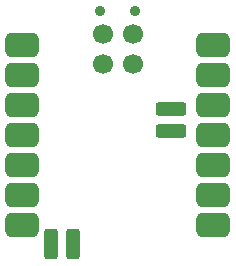
<source format=gbs>
%TF.GenerationSoftware,KiCad,Pcbnew,9.0.3*%
%TF.CreationDate,2025-08-03T21:29:45+01:00*%
%TF.ProjectId,smol-slime-xiao,736d6f6c-2d73-46c6-996d-652d7869616f,1.0*%
%TF.SameCoordinates,Original*%
%TF.FileFunction,Soldermask,Bot*%
%TF.FilePolarity,Negative*%
%FSLAX46Y46*%
G04 Gerber Fmt 4.6, Leading zero omitted, Abs format (unit mm)*
G04 Created by KiCad (PCBNEW 9.0.3) date 2025-08-03 21:29:45*
%MOMM*%
%LPD*%
G01*
G04 APERTURE LIST*
G04 Aperture macros list*
%AMRoundRect*
0 Rectangle with rounded corners*
0 $1 Rounding radius*
0 $2 $3 $4 $5 $6 $7 $8 $9 X,Y pos of 4 corners*
0 Add a 4 corners polygon primitive as box body*
4,1,4,$2,$3,$4,$5,$6,$7,$8,$9,$2,$3,0*
0 Add four circle primitives for the rounded corners*
1,1,$1+$1,$2,$3*
1,1,$1+$1,$4,$5*
1,1,$1+$1,$6,$7*
1,1,$1+$1,$8,$9*
0 Add four rect primitives between the rounded corners*
20,1,$1+$1,$2,$3,$4,$5,0*
20,1,$1+$1,$4,$5,$6,$7,0*
20,1,$1+$1,$6,$7,$8,$9,0*
20,1,$1+$1,$8,$9,$2,$3,0*%
G04 Aperture macros list end*
%ADD10C,0.900000*%
%ADD11RoundRect,0.525400X0.900400X0.525400X-0.900400X0.525400X-0.900400X-0.525400X0.900400X-0.525400X0*%
%ADD12RoundRect,0.300400X-1.000400X-0.300400X1.000400X-0.300400X1.000400X0.300400X-1.000400X0.300400X0*%
%ADD13RoundRect,0.300400X-0.300400X1.000400X-0.300400X-1.000400X0.300400X-1.000400X0.300400X1.000400X0*%
%ADD14C,1.700000*%
G04 APERTURE END LIST*
D10*
%TO.C,SW1*%
X151500000Y-89500000D03*
X148500000Y-89500000D03*
%TD*%
D11*
%TO.C,U4*%
X158110000Y-92380000D03*
X158110000Y-94920000D03*
X158110000Y-97460000D03*
X158110000Y-100000000D03*
X158110000Y-102540000D03*
X158110000Y-105080000D03*
X158110000Y-107620000D03*
X141945000Y-107620000D03*
X141945000Y-105080000D03*
X141945000Y-102540000D03*
X141945000Y-100000000D03*
X141945000Y-97460000D03*
X141945000Y-94920000D03*
X141945000Y-92380000D03*
D12*
X154500000Y-99686500D03*
X154500000Y-97781500D03*
D13*
X146245000Y-109236900D03*
X144340000Y-109236900D03*
D14*
X151325000Y-91431500D03*
X148785000Y-91431500D03*
X151325000Y-93971500D03*
X148785000Y-93971500D03*
%TD*%
M02*

</source>
